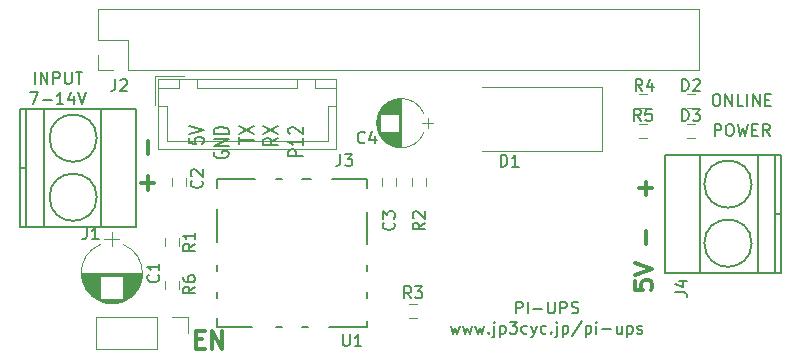
<source format=gbr>
G04 #@! TF.GenerationSoftware,KiCad,Pcbnew,(5.0.0)*
G04 #@! TF.CreationDate,2019-02-20T13:04:28+09:00*
G04 #@! TF.ProjectId,pi-ups,70692D7570732E6B696361645F706362,rev?*
G04 #@! TF.SameCoordinates,Original*
G04 #@! TF.FileFunction,Legend,Top*
G04 #@! TF.FilePolarity,Positive*
%FSLAX46Y46*%
G04 Gerber Fmt 4.6, Leading zero omitted, Abs format (unit mm)*
G04 Created by KiCad (PCBNEW (5.0.0)) date 02/20/19 13:04:28*
%MOMM*%
%LPD*%
G01*
G04 APERTURE LIST*
%ADD10C,0.300000*%
%ADD11C,0.200000*%
%ADD12C,0.120000*%
%ADD13C,0.150000*%
G04 APERTURE END LIST*
D10*
X98278142Y-104687428D02*
X98278142Y-103544571D01*
X98849571Y-104116000D02*
X97706714Y-104116000D01*
X98278142Y-101687428D02*
X98278142Y-100544571D01*
D11*
X88749428Y-95741380D02*
X88749428Y-94741380D01*
X89225619Y-95741380D02*
X89225619Y-94741380D01*
X89797047Y-95741380D01*
X89797047Y-94741380D01*
X90273238Y-95741380D02*
X90273238Y-94741380D01*
X90654190Y-94741380D01*
X90749428Y-94789000D01*
X90797047Y-94836619D01*
X90844666Y-94931857D01*
X90844666Y-95074714D01*
X90797047Y-95169952D01*
X90749428Y-95217571D01*
X90654190Y-95265190D01*
X90273238Y-95265190D01*
X91273238Y-94741380D02*
X91273238Y-95550904D01*
X91320857Y-95646142D01*
X91368476Y-95693761D01*
X91463714Y-95741380D01*
X91654190Y-95741380D01*
X91749428Y-95693761D01*
X91797047Y-95646142D01*
X91844666Y-95550904D01*
X91844666Y-94741380D01*
X92178000Y-94741380D02*
X92749428Y-94741380D01*
X92463714Y-95741380D02*
X92463714Y-94741380D01*
X88344666Y-96441380D02*
X89011333Y-96441380D01*
X88582761Y-97441380D01*
X89392285Y-97060428D02*
X90154190Y-97060428D01*
X91154190Y-97441380D02*
X90582761Y-97441380D01*
X90868476Y-97441380D02*
X90868476Y-96441380D01*
X90773238Y-96584238D01*
X90678000Y-96679476D01*
X90582761Y-96727095D01*
X92011333Y-96774714D02*
X92011333Y-97441380D01*
X91773238Y-96393761D02*
X91535142Y-97108047D01*
X92154190Y-97108047D01*
X92392285Y-96441380D02*
X92725619Y-97441380D01*
X93058952Y-96441380D01*
D10*
X102397857Y-117367857D02*
X102897857Y-117367857D01*
X103112142Y-118153571D02*
X102397857Y-118153571D01*
X102397857Y-116653571D01*
X103112142Y-116653571D01*
X103755000Y-118153571D02*
X103755000Y-116653571D01*
X104612142Y-118153571D01*
X104612142Y-116653571D01*
D11*
X129460952Y-115172380D02*
X129460952Y-114172380D01*
X129841904Y-114172380D01*
X129937142Y-114220000D01*
X129984761Y-114267619D01*
X130032380Y-114362857D01*
X130032380Y-114505714D01*
X129984761Y-114600952D01*
X129937142Y-114648571D01*
X129841904Y-114696190D01*
X129460952Y-114696190D01*
X130460952Y-115172380D02*
X130460952Y-114172380D01*
X130937142Y-114791428D02*
X131699047Y-114791428D01*
X132175238Y-114172380D02*
X132175238Y-114981904D01*
X132222857Y-115077142D01*
X132270476Y-115124761D01*
X132365714Y-115172380D01*
X132556190Y-115172380D01*
X132651428Y-115124761D01*
X132699047Y-115077142D01*
X132746666Y-114981904D01*
X132746666Y-114172380D01*
X133222857Y-115172380D02*
X133222857Y-114172380D01*
X133603809Y-114172380D01*
X133699047Y-114220000D01*
X133746666Y-114267619D01*
X133794285Y-114362857D01*
X133794285Y-114505714D01*
X133746666Y-114600952D01*
X133699047Y-114648571D01*
X133603809Y-114696190D01*
X133222857Y-114696190D01*
X134175238Y-115124761D02*
X134318095Y-115172380D01*
X134556190Y-115172380D01*
X134651428Y-115124761D01*
X134699047Y-115077142D01*
X134746666Y-114981904D01*
X134746666Y-114886666D01*
X134699047Y-114791428D01*
X134651428Y-114743809D01*
X134556190Y-114696190D01*
X134365714Y-114648571D01*
X134270476Y-114600952D01*
X134222857Y-114553333D01*
X134175238Y-114458095D01*
X134175238Y-114362857D01*
X134222857Y-114267619D01*
X134270476Y-114220000D01*
X134365714Y-114172380D01*
X134603809Y-114172380D01*
X134746666Y-114220000D01*
X123937142Y-116205714D02*
X124127619Y-116872380D01*
X124318095Y-116396190D01*
X124508571Y-116872380D01*
X124699047Y-116205714D01*
X124984761Y-116205714D02*
X125175238Y-116872380D01*
X125365714Y-116396190D01*
X125556190Y-116872380D01*
X125746666Y-116205714D01*
X126032380Y-116205714D02*
X126222857Y-116872380D01*
X126413333Y-116396190D01*
X126603809Y-116872380D01*
X126794285Y-116205714D01*
X127175238Y-116777142D02*
X127222857Y-116824761D01*
X127175238Y-116872380D01*
X127127619Y-116824761D01*
X127175238Y-116777142D01*
X127175238Y-116872380D01*
X127651428Y-116205714D02*
X127651428Y-117062857D01*
X127603809Y-117158095D01*
X127508571Y-117205714D01*
X127460952Y-117205714D01*
X127651428Y-115872380D02*
X127603809Y-115920000D01*
X127651428Y-115967619D01*
X127699047Y-115920000D01*
X127651428Y-115872380D01*
X127651428Y-115967619D01*
X128127619Y-116205714D02*
X128127619Y-117205714D01*
X128127619Y-116253333D02*
X128222857Y-116205714D01*
X128413333Y-116205714D01*
X128508571Y-116253333D01*
X128556190Y-116300952D01*
X128603809Y-116396190D01*
X128603809Y-116681904D01*
X128556190Y-116777142D01*
X128508571Y-116824761D01*
X128413333Y-116872380D01*
X128222857Y-116872380D01*
X128127619Y-116824761D01*
X128937142Y-115872380D02*
X129556190Y-115872380D01*
X129222857Y-116253333D01*
X129365714Y-116253333D01*
X129460952Y-116300952D01*
X129508571Y-116348571D01*
X129556190Y-116443809D01*
X129556190Y-116681904D01*
X129508571Y-116777142D01*
X129460952Y-116824761D01*
X129365714Y-116872380D01*
X129080000Y-116872380D01*
X128984761Y-116824761D01*
X128937142Y-116777142D01*
X130413333Y-116824761D02*
X130318095Y-116872380D01*
X130127619Y-116872380D01*
X130032380Y-116824761D01*
X129984761Y-116777142D01*
X129937142Y-116681904D01*
X129937142Y-116396190D01*
X129984761Y-116300952D01*
X130032380Y-116253333D01*
X130127619Y-116205714D01*
X130318095Y-116205714D01*
X130413333Y-116253333D01*
X130746666Y-116205714D02*
X130984761Y-116872380D01*
X131222857Y-116205714D02*
X130984761Y-116872380D01*
X130889523Y-117110476D01*
X130841904Y-117158095D01*
X130746666Y-117205714D01*
X132032380Y-116824761D02*
X131937142Y-116872380D01*
X131746666Y-116872380D01*
X131651428Y-116824761D01*
X131603809Y-116777142D01*
X131556190Y-116681904D01*
X131556190Y-116396190D01*
X131603809Y-116300952D01*
X131651428Y-116253333D01*
X131746666Y-116205714D01*
X131937142Y-116205714D01*
X132032380Y-116253333D01*
X132460952Y-116777142D02*
X132508571Y-116824761D01*
X132460952Y-116872380D01*
X132413333Y-116824761D01*
X132460952Y-116777142D01*
X132460952Y-116872380D01*
X132937142Y-116205714D02*
X132937142Y-117062857D01*
X132889523Y-117158095D01*
X132794285Y-117205714D01*
X132746666Y-117205714D01*
X132937142Y-115872380D02*
X132889523Y-115920000D01*
X132937142Y-115967619D01*
X132984761Y-115920000D01*
X132937142Y-115872380D01*
X132937142Y-115967619D01*
X133413333Y-116205714D02*
X133413333Y-117205714D01*
X133413333Y-116253333D02*
X133508571Y-116205714D01*
X133699047Y-116205714D01*
X133794285Y-116253333D01*
X133841904Y-116300952D01*
X133889523Y-116396190D01*
X133889523Y-116681904D01*
X133841904Y-116777142D01*
X133794285Y-116824761D01*
X133699047Y-116872380D01*
X133508571Y-116872380D01*
X133413333Y-116824761D01*
X135032380Y-115824761D02*
X134175238Y-117110476D01*
X135365714Y-116205714D02*
X135365714Y-117205714D01*
X135365714Y-116253333D02*
X135460952Y-116205714D01*
X135651428Y-116205714D01*
X135746666Y-116253333D01*
X135794285Y-116300952D01*
X135841904Y-116396190D01*
X135841904Y-116681904D01*
X135794285Y-116777142D01*
X135746666Y-116824761D01*
X135651428Y-116872380D01*
X135460952Y-116872380D01*
X135365714Y-116824761D01*
X136270476Y-116872380D02*
X136270476Y-116205714D01*
X136270476Y-115872380D02*
X136222857Y-115920000D01*
X136270476Y-115967619D01*
X136318095Y-115920000D01*
X136270476Y-115872380D01*
X136270476Y-115967619D01*
X136746666Y-116491428D02*
X137508571Y-116491428D01*
X138413333Y-116205714D02*
X138413333Y-116872380D01*
X137984761Y-116205714D02*
X137984761Y-116729523D01*
X138032380Y-116824761D01*
X138127619Y-116872380D01*
X138270476Y-116872380D01*
X138365714Y-116824761D01*
X138413333Y-116777142D01*
X138889523Y-116205714D02*
X138889523Y-117205714D01*
X138889523Y-116253333D02*
X138984761Y-116205714D01*
X139175238Y-116205714D01*
X139270476Y-116253333D01*
X139318095Y-116300952D01*
X139365714Y-116396190D01*
X139365714Y-116681904D01*
X139318095Y-116777142D01*
X139270476Y-116824761D01*
X139175238Y-116872380D01*
X138984761Y-116872380D01*
X138889523Y-116824761D01*
X139746666Y-116824761D02*
X139841904Y-116872380D01*
X140032380Y-116872380D01*
X140127619Y-116824761D01*
X140175238Y-116729523D01*
X140175238Y-116681904D01*
X140127619Y-116586666D01*
X140032380Y-116539047D01*
X139889523Y-116539047D01*
X139794285Y-116491428D01*
X139746666Y-116396190D01*
X139746666Y-116348571D01*
X139794285Y-116253333D01*
X139889523Y-116205714D01*
X140032380Y-116205714D01*
X140127619Y-116253333D01*
X101774523Y-100285238D02*
X101774523Y-100761428D01*
X102379285Y-100809047D01*
X102318809Y-100761428D01*
X102258333Y-100666190D01*
X102258333Y-100428095D01*
X102318809Y-100332857D01*
X102379285Y-100285238D01*
X102500238Y-100237619D01*
X102802619Y-100237619D01*
X102923571Y-100285238D01*
X102984047Y-100332857D01*
X103044523Y-100428095D01*
X103044523Y-100666190D01*
X102984047Y-100761428D01*
X102923571Y-100809047D01*
X101774523Y-99951904D02*
X103044523Y-99618571D01*
X101774523Y-99285238D01*
X103940000Y-101475714D02*
X103879523Y-101570952D01*
X103879523Y-101713809D01*
X103940000Y-101856666D01*
X104060952Y-101951904D01*
X104181904Y-101999523D01*
X104423809Y-102047142D01*
X104605238Y-102047142D01*
X104847142Y-101999523D01*
X104968095Y-101951904D01*
X105089047Y-101856666D01*
X105149523Y-101713809D01*
X105149523Y-101618571D01*
X105089047Y-101475714D01*
X105028571Y-101428095D01*
X104605238Y-101428095D01*
X104605238Y-101618571D01*
X105149523Y-100999523D02*
X103879523Y-100999523D01*
X105149523Y-100428095D01*
X103879523Y-100428095D01*
X105149523Y-99951904D02*
X103879523Y-99951904D01*
X103879523Y-99713809D01*
X103940000Y-99570952D01*
X104060952Y-99475714D01*
X104181904Y-99428095D01*
X104423809Y-99380476D01*
X104605238Y-99380476D01*
X104847142Y-99428095D01*
X104968095Y-99475714D01*
X105089047Y-99570952D01*
X105149523Y-99713809D01*
X105149523Y-99951904D01*
X105984523Y-100809047D02*
X105984523Y-100237619D01*
X107254523Y-100523333D02*
X105984523Y-100523333D01*
X105984523Y-99999523D02*
X107254523Y-99332857D01*
X105984523Y-99332857D02*
X107254523Y-99999523D01*
X109359523Y-100332857D02*
X108754761Y-100666190D01*
X109359523Y-100904285D02*
X108089523Y-100904285D01*
X108089523Y-100523333D01*
X108150000Y-100428095D01*
X108210476Y-100380476D01*
X108331428Y-100332857D01*
X108512857Y-100332857D01*
X108633809Y-100380476D01*
X108694285Y-100428095D01*
X108754761Y-100523333D01*
X108754761Y-100904285D01*
X108089523Y-99999523D02*
X109359523Y-99332857D01*
X108089523Y-99332857D02*
X109359523Y-99999523D01*
X111464523Y-101856666D02*
X110194523Y-101856666D01*
X110194523Y-101475714D01*
X110255000Y-101380476D01*
X110315476Y-101332857D01*
X110436428Y-101285238D01*
X110617857Y-101285238D01*
X110738809Y-101332857D01*
X110799285Y-101380476D01*
X110859761Y-101475714D01*
X110859761Y-101856666D01*
X111464523Y-100332857D02*
X111464523Y-100904285D01*
X111464523Y-100618571D02*
X110194523Y-100618571D01*
X110375952Y-100713809D01*
X110496904Y-100809047D01*
X110557380Y-100904285D01*
X110315476Y-99951904D02*
X110255000Y-99904285D01*
X110194523Y-99809047D01*
X110194523Y-99570952D01*
X110255000Y-99475714D01*
X110315476Y-99428095D01*
X110436428Y-99380476D01*
X110557380Y-99380476D01*
X110738809Y-99428095D01*
X111464523Y-99999523D01*
X111464523Y-99380476D01*
D10*
X139513571Y-112442142D02*
X139513571Y-113156428D01*
X140227857Y-113227857D01*
X140156428Y-113156428D01*
X140085000Y-113013571D01*
X140085000Y-112656428D01*
X140156428Y-112513571D01*
X140227857Y-112442142D01*
X140370714Y-112370714D01*
X140727857Y-112370714D01*
X140870714Y-112442142D01*
X140942142Y-112513571D01*
X141013571Y-112656428D01*
X141013571Y-113013571D01*
X140942142Y-113156428D01*
X140870714Y-113227857D01*
X139513571Y-111942142D02*
X141013571Y-111442142D01*
X139513571Y-110942142D01*
X140442142Y-109299285D02*
X140442142Y-108156428D01*
X140442142Y-105156428D02*
X140442142Y-104013571D01*
X141013571Y-104585000D02*
X139870714Y-104585000D01*
D11*
X146351904Y-96607380D02*
X146542380Y-96607380D01*
X146637619Y-96655000D01*
X146732857Y-96750238D01*
X146780476Y-96940714D01*
X146780476Y-97274047D01*
X146732857Y-97464523D01*
X146637619Y-97559761D01*
X146542380Y-97607380D01*
X146351904Y-97607380D01*
X146256666Y-97559761D01*
X146161428Y-97464523D01*
X146113809Y-97274047D01*
X146113809Y-96940714D01*
X146161428Y-96750238D01*
X146256666Y-96655000D01*
X146351904Y-96607380D01*
X147209047Y-97607380D02*
X147209047Y-96607380D01*
X147780476Y-97607380D01*
X147780476Y-96607380D01*
X148732857Y-97607380D02*
X148256666Y-97607380D01*
X148256666Y-96607380D01*
X149066190Y-97607380D02*
X149066190Y-96607380D01*
X149542380Y-97607380D02*
X149542380Y-96607380D01*
X150113809Y-97607380D01*
X150113809Y-96607380D01*
X150590000Y-97083571D02*
X150923333Y-97083571D01*
X151066190Y-97607380D02*
X150590000Y-97607380D01*
X150590000Y-96607380D01*
X151066190Y-96607380D01*
X146280476Y-100147380D02*
X146280476Y-99147380D01*
X146661428Y-99147380D01*
X146756666Y-99195000D01*
X146804285Y-99242619D01*
X146851904Y-99337857D01*
X146851904Y-99480714D01*
X146804285Y-99575952D01*
X146756666Y-99623571D01*
X146661428Y-99671190D01*
X146280476Y-99671190D01*
X147470952Y-99147380D02*
X147661428Y-99147380D01*
X147756666Y-99195000D01*
X147851904Y-99290238D01*
X147899523Y-99480714D01*
X147899523Y-99814047D01*
X147851904Y-100004523D01*
X147756666Y-100099761D01*
X147661428Y-100147380D01*
X147470952Y-100147380D01*
X147375714Y-100099761D01*
X147280476Y-100004523D01*
X147232857Y-99814047D01*
X147232857Y-99480714D01*
X147280476Y-99290238D01*
X147375714Y-99195000D01*
X147470952Y-99147380D01*
X148232857Y-99147380D02*
X148470952Y-100147380D01*
X148661428Y-99433095D01*
X148851904Y-100147380D01*
X149090000Y-99147380D01*
X149470952Y-99623571D02*
X149804285Y-99623571D01*
X149947142Y-100147380D02*
X149470952Y-100147380D01*
X149470952Y-99147380D01*
X149947142Y-99147380D01*
X150947142Y-100147380D02*
X150613809Y-99671190D01*
X150375714Y-100147380D02*
X150375714Y-99147380D01*
X150756666Y-99147380D01*
X150851904Y-99195000D01*
X150899523Y-99242619D01*
X150947142Y-99337857D01*
X150947142Y-99480714D01*
X150899523Y-99575952D01*
X150851904Y-99623571D01*
X150756666Y-99671190D01*
X150375714Y-99671190D01*
D12*
G04 #@! TO.C,C1*
X97800000Y-111740000D02*
X92700000Y-111740000D01*
X97800000Y-111780000D02*
X92700000Y-111780000D01*
X97799000Y-111820000D02*
X92701000Y-111820000D01*
X97798000Y-111860000D02*
X92702000Y-111860000D01*
X97796000Y-111900000D02*
X92704000Y-111900000D01*
X97793000Y-111940000D02*
X92707000Y-111940000D01*
X97789000Y-111980000D02*
X92711000Y-111980000D01*
X97785000Y-112020000D02*
X96230000Y-112020000D01*
X94270000Y-112020000D02*
X92715000Y-112020000D01*
X97781000Y-112060000D02*
X96230000Y-112060000D01*
X94270000Y-112060000D02*
X92719000Y-112060000D01*
X97775000Y-112100000D02*
X96230000Y-112100000D01*
X94270000Y-112100000D02*
X92725000Y-112100000D01*
X97769000Y-112140000D02*
X96230000Y-112140000D01*
X94270000Y-112140000D02*
X92731000Y-112140000D01*
X97763000Y-112180000D02*
X96230000Y-112180000D01*
X94270000Y-112180000D02*
X92737000Y-112180000D01*
X97756000Y-112220000D02*
X96230000Y-112220000D01*
X94270000Y-112220000D02*
X92744000Y-112220000D01*
X97748000Y-112260000D02*
X96230000Y-112260000D01*
X94270000Y-112260000D02*
X92752000Y-112260000D01*
X97739000Y-112300000D02*
X96230000Y-112300000D01*
X94270000Y-112300000D02*
X92761000Y-112300000D01*
X97730000Y-112340000D02*
X96230000Y-112340000D01*
X94270000Y-112340000D02*
X92770000Y-112340000D01*
X97720000Y-112380000D02*
X96230000Y-112380000D01*
X94270000Y-112380000D02*
X92780000Y-112380000D01*
X97710000Y-112420000D02*
X96230000Y-112420000D01*
X94270000Y-112420000D02*
X92790000Y-112420000D01*
X97698000Y-112461000D02*
X96230000Y-112461000D01*
X94270000Y-112461000D02*
X92802000Y-112461000D01*
X97686000Y-112501000D02*
X96230000Y-112501000D01*
X94270000Y-112501000D02*
X92814000Y-112501000D01*
X97674000Y-112541000D02*
X96230000Y-112541000D01*
X94270000Y-112541000D02*
X92826000Y-112541000D01*
X97660000Y-112581000D02*
X96230000Y-112581000D01*
X94270000Y-112581000D02*
X92840000Y-112581000D01*
X97646000Y-112621000D02*
X96230000Y-112621000D01*
X94270000Y-112621000D02*
X92854000Y-112621000D01*
X97632000Y-112661000D02*
X96230000Y-112661000D01*
X94270000Y-112661000D02*
X92868000Y-112661000D01*
X97616000Y-112701000D02*
X96230000Y-112701000D01*
X94270000Y-112701000D02*
X92884000Y-112701000D01*
X97600000Y-112741000D02*
X96230000Y-112741000D01*
X94270000Y-112741000D02*
X92900000Y-112741000D01*
X97583000Y-112781000D02*
X96230000Y-112781000D01*
X94270000Y-112781000D02*
X92917000Y-112781000D01*
X97565000Y-112821000D02*
X96230000Y-112821000D01*
X94270000Y-112821000D02*
X92935000Y-112821000D01*
X97546000Y-112861000D02*
X96230000Y-112861000D01*
X94270000Y-112861000D02*
X92954000Y-112861000D01*
X97526000Y-112901000D02*
X96230000Y-112901000D01*
X94270000Y-112901000D02*
X92974000Y-112901000D01*
X97506000Y-112941000D02*
X96230000Y-112941000D01*
X94270000Y-112941000D02*
X92994000Y-112941000D01*
X97484000Y-112981000D02*
X96230000Y-112981000D01*
X94270000Y-112981000D02*
X93016000Y-112981000D01*
X97462000Y-113021000D02*
X96230000Y-113021000D01*
X94270000Y-113021000D02*
X93038000Y-113021000D01*
X97439000Y-113061000D02*
X96230000Y-113061000D01*
X94270000Y-113061000D02*
X93061000Y-113061000D01*
X97415000Y-113101000D02*
X96230000Y-113101000D01*
X94270000Y-113101000D02*
X93085000Y-113101000D01*
X97390000Y-113141000D02*
X96230000Y-113141000D01*
X94270000Y-113141000D02*
X93110000Y-113141000D01*
X97363000Y-113181000D02*
X96230000Y-113181000D01*
X94270000Y-113181000D02*
X93137000Y-113181000D01*
X97336000Y-113221000D02*
X96230000Y-113221000D01*
X94270000Y-113221000D02*
X93164000Y-113221000D01*
X97308000Y-113261000D02*
X96230000Y-113261000D01*
X94270000Y-113261000D02*
X93192000Y-113261000D01*
X97278000Y-113301000D02*
X96230000Y-113301000D01*
X94270000Y-113301000D02*
X93222000Y-113301000D01*
X97247000Y-113341000D02*
X96230000Y-113341000D01*
X94270000Y-113341000D02*
X93253000Y-113341000D01*
X97215000Y-113381000D02*
X96230000Y-113381000D01*
X94270000Y-113381000D02*
X93285000Y-113381000D01*
X97182000Y-113421000D02*
X96230000Y-113421000D01*
X94270000Y-113421000D02*
X93318000Y-113421000D01*
X97147000Y-113461000D02*
X96230000Y-113461000D01*
X94270000Y-113461000D02*
X93353000Y-113461000D01*
X97111000Y-113501000D02*
X96230000Y-113501000D01*
X94270000Y-113501000D02*
X93389000Y-113501000D01*
X97073000Y-113541000D02*
X96230000Y-113541000D01*
X94270000Y-113541000D02*
X93427000Y-113541000D01*
X97033000Y-113581000D02*
X96230000Y-113581000D01*
X94270000Y-113581000D02*
X93467000Y-113581000D01*
X96992000Y-113621000D02*
X96230000Y-113621000D01*
X94270000Y-113621000D02*
X93508000Y-113621000D01*
X96949000Y-113661000D02*
X96230000Y-113661000D01*
X94270000Y-113661000D02*
X93551000Y-113661000D01*
X96904000Y-113701000D02*
X96230000Y-113701000D01*
X94270000Y-113701000D02*
X93596000Y-113701000D01*
X96856000Y-113741000D02*
X96230000Y-113741000D01*
X94270000Y-113741000D02*
X93644000Y-113741000D01*
X96806000Y-113781000D02*
X96230000Y-113781000D01*
X94270000Y-113781000D02*
X93694000Y-113781000D01*
X96754000Y-113821000D02*
X96230000Y-113821000D01*
X94270000Y-113821000D02*
X93746000Y-113821000D01*
X96698000Y-113861000D02*
X96230000Y-113861000D01*
X94270000Y-113861000D02*
X93802000Y-113861000D01*
X96640000Y-113901000D02*
X96230000Y-113901000D01*
X94270000Y-113901000D02*
X93860000Y-113901000D01*
X96577000Y-113941000D02*
X96230000Y-113941000D01*
X94270000Y-113941000D02*
X93923000Y-113941000D01*
X96511000Y-113981000D02*
X93989000Y-113981000D01*
X96439000Y-114021000D02*
X94061000Y-114021000D01*
X96362000Y-114061000D02*
X94138000Y-114061000D01*
X96278000Y-114101000D02*
X94222000Y-114101000D01*
X96184000Y-114141000D02*
X94316000Y-114141000D01*
X96079000Y-114181000D02*
X94421000Y-114181000D01*
X95957000Y-114221000D02*
X94543000Y-114221000D01*
X95809000Y-114261000D02*
X94691000Y-114261000D01*
X95604000Y-114301000D02*
X94896000Y-114301000D01*
X95250000Y-108290000D02*
X95250000Y-109490000D01*
X95900000Y-108890000D02*
X94600000Y-108890000D01*
X96231400Y-114136863D02*
G75*
G03X96230000Y-109342564I-981400J2396863D01*
G01*
X94268600Y-114136863D02*
G75*
G02X94270000Y-109342564I981400J2396863D01*
G01*
X94268600Y-114136863D02*
G75*
G03X96230000Y-114137436I981400J2396863D01*
G01*
G04 #@! TO.C,C2*
X101565000Y-103675000D02*
X101565000Y-104375000D01*
X100365000Y-104375000D02*
X100365000Y-103675000D01*
G04 #@! TO.C,C3*
X119345000Y-103675000D02*
X119345000Y-104375000D01*
X118145000Y-104375000D02*
X118145000Y-103675000D01*
G04 #@! TO.C,C4*
X119745000Y-101110000D02*
X119745000Y-97010000D01*
X119705000Y-101110000D02*
X119705000Y-97010000D01*
X119665000Y-101109000D02*
X119665000Y-97011000D01*
X119625000Y-101107000D02*
X119625000Y-97013000D01*
X119585000Y-101104000D02*
X119585000Y-97016000D01*
X119545000Y-101101000D02*
X119545000Y-97019000D01*
X119505000Y-101097000D02*
X119505000Y-99840000D01*
X119505000Y-98280000D02*
X119505000Y-97023000D01*
X119465000Y-101092000D02*
X119465000Y-99840000D01*
X119465000Y-98280000D02*
X119465000Y-97028000D01*
X119425000Y-101086000D02*
X119425000Y-99840000D01*
X119425000Y-98280000D02*
X119425000Y-97034000D01*
X119385000Y-101079000D02*
X119385000Y-99840000D01*
X119385000Y-98280000D02*
X119385000Y-97041000D01*
X119345000Y-101072000D02*
X119345000Y-99840000D01*
X119345000Y-98280000D02*
X119345000Y-97048000D01*
X119305000Y-101064000D02*
X119305000Y-99840000D01*
X119305000Y-98280000D02*
X119305000Y-97056000D01*
X119265000Y-101055000D02*
X119265000Y-99840000D01*
X119265000Y-98280000D02*
X119265000Y-97065000D01*
X119225000Y-101045000D02*
X119225000Y-99840000D01*
X119225000Y-98280000D02*
X119225000Y-97075000D01*
X119185000Y-101034000D02*
X119185000Y-99840000D01*
X119185000Y-98280000D02*
X119185000Y-97086000D01*
X119145000Y-101023000D02*
X119145000Y-99840000D01*
X119145000Y-98280000D02*
X119145000Y-97097000D01*
X119105000Y-101010000D02*
X119105000Y-99840000D01*
X119105000Y-98280000D02*
X119105000Y-97110000D01*
X119065000Y-100997000D02*
X119065000Y-99840000D01*
X119065000Y-98280000D02*
X119065000Y-97123000D01*
X119024000Y-100983000D02*
X119024000Y-99840000D01*
X119024000Y-98280000D02*
X119024000Y-97137000D01*
X118984000Y-100967000D02*
X118984000Y-99840000D01*
X118984000Y-98280000D02*
X118984000Y-97153000D01*
X118944000Y-100951000D02*
X118944000Y-99840000D01*
X118944000Y-98280000D02*
X118944000Y-97169000D01*
X118904000Y-100934000D02*
X118904000Y-99840000D01*
X118904000Y-98280000D02*
X118904000Y-97186000D01*
X118864000Y-100916000D02*
X118864000Y-99840000D01*
X118864000Y-98280000D02*
X118864000Y-97204000D01*
X118824000Y-100897000D02*
X118824000Y-99840000D01*
X118824000Y-98280000D02*
X118824000Y-97223000D01*
X118784000Y-100877000D02*
X118784000Y-99840000D01*
X118784000Y-98280000D02*
X118784000Y-97243000D01*
X118744000Y-100856000D02*
X118744000Y-99840000D01*
X118744000Y-98280000D02*
X118744000Y-97264000D01*
X118704000Y-100833000D02*
X118704000Y-99840000D01*
X118704000Y-98280000D02*
X118704000Y-97287000D01*
X118664000Y-100810000D02*
X118664000Y-99840000D01*
X118664000Y-98280000D02*
X118664000Y-97310000D01*
X118624000Y-100785000D02*
X118624000Y-99840000D01*
X118624000Y-98280000D02*
X118624000Y-97335000D01*
X118584000Y-100759000D02*
X118584000Y-99840000D01*
X118584000Y-98280000D02*
X118584000Y-97361000D01*
X118544000Y-100732000D02*
X118544000Y-99840000D01*
X118544000Y-98280000D02*
X118544000Y-97388000D01*
X118504000Y-100703000D02*
X118504000Y-99840000D01*
X118504000Y-98280000D02*
X118504000Y-97417000D01*
X118464000Y-100673000D02*
X118464000Y-99840000D01*
X118464000Y-98280000D02*
X118464000Y-97447000D01*
X118424000Y-100641000D02*
X118424000Y-99840000D01*
X118424000Y-98280000D02*
X118424000Y-97479000D01*
X118384000Y-100607000D02*
X118384000Y-99840000D01*
X118384000Y-98280000D02*
X118384000Y-97513000D01*
X118344000Y-100572000D02*
X118344000Y-99840000D01*
X118344000Y-98280000D02*
X118344000Y-97548000D01*
X118304000Y-100535000D02*
X118304000Y-99840000D01*
X118304000Y-98280000D02*
X118304000Y-97585000D01*
X118264000Y-100496000D02*
X118264000Y-99840000D01*
X118264000Y-98280000D02*
X118264000Y-97624000D01*
X118224000Y-100455000D02*
X118224000Y-99840000D01*
X118224000Y-98280000D02*
X118224000Y-97665000D01*
X118184000Y-100411000D02*
X118184000Y-99840000D01*
X118184000Y-98280000D02*
X118184000Y-97709000D01*
X118144000Y-100365000D02*
X118144000Y-99840000D01*
X118144000Y-98280000D02*
X118144000Y-97755000D01*
X118104000Y-100316000D02*
X118104000Y-99840000D01*
X118104000Y-98280000D02*
X118104000Y-97804000D01*
X118064000Y-100264000D02*
X118064000Y-99840000D01*
X118064000Y-98280000D02*
X118064000Y-97856000D01*
X118024000Y-100208000D02*
X118024000Y-99840000D01*
X118024000Y-98280000D02*
X118024000Y-97912000D01*
X117984000Y-100148000D02*
X117984000Y-99840000D01*
X117984000Y-98280000D02*
X117984000Y-97972000D01*
X117944000Y-100083000D02*
X117944000Y-98037000D01*
X117904000Y-100012000D02*
X117904000Y-98108000D01*
X117864000Y-99934000D02*
X117864000Y-98186000D01*
X117824000Y-99846000D02*
X117824000Y-98274000D01*
X117784000Y-99746000D02*
X117784000Y-98374000D01*
X117744000Y-99627000D02*
X117744000Y-98493000D01*
X117704000Y-99475000D02*
X117704000Y-98645000D01*
X117664000Y-99225000D02*
X117664000Y-98895000D01*
X122445000Y-99060000D02*
X121545000Y-99060000D01*
X121995000Y-99510000D02*
X121995000Y-98610000D01*
X117805639Y-99839089D02*
G75*
G03X121683995Y-99840000I1939361J779089D01*
G01*
X117805639Y-98280911D02*
G75*
G02X121683995Y-98280000I1939361J-779089D01*
G01*
X117805639Y-98280911D02*
G75*
G03X117806005Y-99840000I1939361J-779089D01*
G01*
G04 #@! TO.C,D1*
X136720000Y-95980000D02*
X136720000Y-101380000D01*
X136720000Y-95980000D02*
X126620000Y-95980000D01*
X136720000Y-101380000D02*
X126620000Y-101380000D01*
G04 #@! TO.C,D2*
X143910000Y-96555000D02*
X144610000Y-96555000D01*
X144610000Y-97755000D02*
X143910000Y-97755000D01*
G04 #@! TO.C,D3*
X144610000Y-100295000D02*
X143910000Y-100295000D01*
X143910000Y-99095000D02*
X144610000Y-99095000D01*
D13*
G04 #@! TO.C,J1*
X97275000Y-97830000D02*
X87475000Y-97830000D01*
X97275000Y-107830000D02*
X97275000Y-97830000D01*
X87475000Y-107830000D02*
X97275000Y-107830000D01*
X87475000Y-97830000D02*
X87475000Y-107830000D01*
X87975000Y-97830000D02*
X87975000Y-107830000D01*
X94375000Y-97830000D02*
X94375000Y-107830000D01*
X89475000Y-97830000D02*
X89475000Y-107830000D01*
X93975000Y-100330000D02*
G75*
G03X93975000Y-100330000I-2000000J0D01*
G01*
X93975000Y-105330000D02*
G75*
G03X93975000Y-105330000I-2000000J0D01*
G01*
X87975000Y-102830000D02*
X87475000Y-102830000D01*
D12*
G04 #@! TO.C,J2*
X96640000Y-94600000D02*
X144960000Y-94600000D01*
X144960000Y-94600000D02*
X144960000Y-89400000D01*
X144960000Y-89400000D02*
X94040000Y-89400000D01*
X94040000Y-89400000D02*
X94040000Y-92000000D01*
X94040000Y-92000000D02*
X96640000Y-92000000D01*
X96640000Y-92000000D02*
X96640000Y-94600000D01*
X95370000Y-94600000D02*
X94040000Y-94600000D01*
X94040000Y-94600000D02*
X94040000Y-93270000D01*
G04 #@! TO.C,J3*
X99170000Y-95340000D02*
X99170000Y-101290000D01*
X99170000Y-101290000D02*
X114270000Y-101290000D01*
X114270000Y-101290000D02*
X114270000Y-95340000D01*
X114270000Y-95340000D02*
X99170000Y-95340000D01*
X102470000Y-95340000D02*
X102470000Y-96090000D01*
X102470000Y-96090000D02*
X110970000Y-96090000D01*
X110970000Y-96090000D02*
X110970000Y-95340000D01*
X110970000Y-95340000D02*
X102470000Y-95340000D01*
X99170000Y-95340000D02*
X99170000Y-96090000D01*
X99170000Y-96090000D02*
X100970000Y-96090000D01*
X100970000Y-96090000D02*
X100970000Y-95340000D01*
X100970000Y-95340000D02*
X99170000Y-95340000D01*
X112470000Y-95340000D02*
X112470000Y-96090000D01*
X112470000Y-96090000D02*
X114270000Y-96090000D01*
X114270000Y-96090000D02*
X114270000Y-95340000D01*
X114270000Y-95340000D02*
X112470000Y-95340000D01*
X99170000Y-97590000D02*
X99920000Y-97590000D01*
X99920000Y-97590000D02*
X99920000Y-100540000D01*
X99920000Y-100540000D02*
X106720000Y-100540000D01*
X114270000Y-97590000D02*
X113520000Y-97590000D01*
X113520000Y-97590000D02*
X113520000Y-100540000D01*
X113520000Y-100540000D02*
X106720000Y-100540000D01*
X101370000Y-95040000D02*
X98870000Y-95040000D01*
X98870000Y-95040000D02*
X98870000Y-97540000D01*
D13*
G04 #@! TO.C,J4*
X151420000Y-106720000D02*
X151920000Y-106720000D01*
X149420000Y-104220000D02*
G75*
G03X149420000Y-104220000I-2000000J0D01*
G01*
X149420000Y-109220000D02*
G75*
G03X149420000Y-109220000I-2000000J0D01*
G01*
X149920000Y-111720000D02*
X149920000Y-101720000D01*
X145020000Y-111720000D02*
X145020000Y-101720000D01*
X151420000Y-111720000D02*
X151420000Y-101720000D01*
X151920000Y-111720000D02*
X151920000Y-101720000D01*
X151920000Y-101720000D02*
X142120000Y-101720000D01*
X142120000Y-101720000D02*
X142120000Y-111720000D01*
X142120000Y-111720000D02*
X151920000Y-111720000D01*
D12*
G04 #@! TO.C,R1*
X100930000Y-108755000D02*
X100930000Y-109455000D01*
X99730000Y-109455000D02*
X99730000Y-108755000D01*
G04 #@! TO.C,R2*
X120685000Y-104375000D02*
X120685000Y-103675000D01*
X121885000Y-103675000D02*
X121885000Y-104375000D01*
G04 #@! TO.C,R3*
X121115000Y-115535000D02*
X120415000Y-115535000D01*
X120415000Y-114335000D02*
X121115000Y-114335000D01*
G04 #@! TO.C,R4*
X139870000Y-96555000D02*
X140570000Y-96555000D01*
X140570000Y-97755000D02*
X139870000Y-97755000D01*
G04 #@! TO.C,R5*
X140570000Y-100295000D02*
X139870000Y-100295000D01*
X139870000Y-99095000D02*
X140570000Y-99095000D01*
G04 #@! TO.C,R6*
X99730000Y-113090000D02*
X99730000Y-112390000D01*
X100930000Y-112390000D02*
X100930000Y-113090000D01*
G04 #@! TO.C,SW1*
X99060000Y-115510000D02*
X93920000Y-115510000D01*
X93920000Y-115510000D02*
X93920000Y-118170000D01*
X93920000Y-118170000D02*
X99060000Y-118170000D01*
X99060000Y-118170000D02*
X99060000Y-115510000D01*
X100330000Y-115510000D02*
X101660000Y-115510000D01*
X101660000Y-115510000D02*
X101660000Y-116840000D01*
D13*
G04 #@! TO.C,U1*
X104140000Y-106330000D02*
X104140000Y-109080000D01*
X104140000Y-111080000D02*
X104140000Y-111580000D01*
X104140000Y-113330000D02*
X104140000Y-113830000D01*
X104140000Y-115580000D02*
X104140000Y-116330000D01*
X104140000Y-116330000D02*
X107140000Y-116330000D01*
X109140000Y-116330000D02*
X109390000Y-116330000D01*
X109390000Y-116330000D02*
X109640000Y-116330000D01*
X111390000Y-116330000D02*
X111890000Y-116330000D01*
X113640000Y-116330000D02*
X116890000Y-116330000D01*
X116890000Y-116330000D02*
X116890000Y-115830000D01*
X116890000Y-113830000D02*
X116890000Y-113330000D01*
X116890000Y-111580000D02*
X116890000Y-111080000D01*
X116890000Y-109330000D02*
X116890000Y-106580000D01*
X116890000Y-104580000D02*
X116890000Y-103830000D01*
X116890000Y-103830000D02*
X113890000Y-103830000D01*
X112140000Y-103830000D02*
X111390000Y-103830000D01*
X109640000Y-103830000D02*
X109390000Y-103830000D01*
X109390000Y-103830000D02*
X109140000Y-103830000D01*
X107390000Y-103830000D02*
X104140000Y-103830000D01*
X104140000Y-103830000D02*
X104140000Y-104330000D01*
X104140000Y-104330000D02*
X104140000Y-104580000D01*
G04 #@! TO.C,C1*
X99167142Y-111906666D02*
X99214761Y-111954285D01*
X99262380Y-112097142D01*
X99262380Y-112192380D01*
X99214761Y-112335238D01*
X99119523Y-112430476D01*
X99024285Y-112478095D01*
X98833809Y-112525714D01*
X98690952Y-112525714D01*
X98500476Y-112478095D01*
X98405238Y-112430476D01*
X98310000Y-112335238D01*
X98262380Y-112192380D01*
X98262380Y-112097142D01*
X98310000Y-111954285D01*
X98357619Y-111906666D01*
X99262380Y-110954285D02*
X99262380Y-111525714D01*
X99262380Y-111240000D02*
X98262380Y-111240000D01*
X98405238Y-111335238D01*
X98500476Y-111430476D01*
X98548095Y-111525714D01*
G04 #@! TO.C,C2*
X102846142Y-103925666D02*
X102893761Y-103973285D01*
X102941380Y-104116142D01*
X102941380Y-104211380D01*
X102893761Y-104354238D01*
X102798523Y-104449476D01*
X102703285Y-104497095D01*
X102512809Y-104544714D01*
X102369952Y-104544714D01*
X102179476Y-104497095D01*
X102084238Y-104449476D01*
X101989000Y-104354238D01*
X101941380Y-104211380D01*
X101941380Y-104116142D01*
X101989000Y-103973285D01*
X102036619Y-103925666D01*
X102036619Y-103544714D02*
X101989000Y-103497095D01*
X101941380Y-103401857D01*
X101941380Y-103163761D01*
X101989000Y-103068523D01*
X102036619Y-103020904D01*
X102131857Y-102973285D01*
X102227095Y-102973285D01*
X102369952Y-103020904D01*
X102941380Y-103592333D01*
X102941380Y-102973285D01*
G04 #@! TO.C,C3*
X119102142Y-107481666D02*
X119149761Y-107529285D01*
X119197380Y-107672142D01*
X119197380Y-107767380D01*
X119149761Y-107910238D01*
X119054523Y-108005476D01*
X118959285Y-108053095D01*
X118768809Y-108100714D01*
X118625952Y-108100714D01*
X118435476Y-108053095D01*
X118340238Y-108005476D01*
X118245000Y-107910238D01*
X118197380Y-107767380D01*
X118197380Y-107672142D01*
X118245000Y-107529285D01*
X118292619Y-107481666D01*
X118197380Y-107148333D02*
X118197380Y-106529285D01*
X118578333Y-106862619D01*
X118578333Y-106719761D01*
X118625952Y-106624523D01*
X118673571Y-106576904D01*
X118768809Y-106529285D01*
X119006904Y-106529285D01*
X119102142Y-106576904D01*
X119149761Y-106624523D01*
X119197380Y-106719761D01*
X119197380Y-107005476D01*
X119149761Y-107100714D01*
X119102142Y-107148333D01*
G04 #@! TO.C,C4*
X116673333Y-100687142D02*
X116625714Y-100734761D01*
X116482857Y-100782380D01*
X116387619Y-100782380D01*
X116244761Y-100734761D01*
X116149523Y-100639523D01*
X116101904Y-100544285D01*
X116054285Y-100353809D01*
X116054285Y-100210952D01*
X116101904Y-100020476D01*
X116149523Y-99925238D01*
X116244761Y-99830000D01*
X116387619Y-99782380D01*
X116482857Y-99782380D01*
X116625714Y-99830000D01*
X116673333Y-99877619D01*
X117530476Y-100115714D02*
X117530476Y-100782380D01*
X117292380Y-99734761D02*
X117054285Y-100449047D01*
X117673333Y-100449047D01*
G04 #@! TO.C,D1*
X128166904Y-102732380D02*
X128166904Y-101732380D01*
X128405000Y-101732380D01*
X128547857Y-101780000D01*
X128643095Y-101875238D01*
X128690714Y-101970476D01*
X128738333Y-102160952D01*
X128738333Y-102303809D01*
X128690714Y-102494285D01*
X128643095Y-102589523D01*
X128547857Y-102684761D01*
X128405000Y-102732380D01*
X128166904Y-102732380D01*
X129690714Y-102732380D02*
X129119285Y-102732380D01*
X129405000Y-102732380D02*
X129405000Y-101732380D01*
X129309761Y-101875238D01*
X129214523Y-101970476D01*
X129119285Y-102018095D01*
G04 #@! TO.C,D2*
X143521904Y-96337380D02*
X143521904Y-95337380D01*
X143760000Y-95337380D01*
X143902857Y-95385000D01*
X143998095Y-95480238D01*
X144045714Y-95575476D01*
X144093333Y-95765952D01*
X144093333Y-95908809D01*
X144045714Y-96099285D01*
X143998095Y-96194523D01*
X143902857Y-96289761D01*
X143760000Y-96337380D01*
X143521904Y-96337380D01*
X144474285Y-95432619D02*
X144521904Y-95385000D01*
X144617142Y-95337380D01*
X144855238Y-95337380D01*
X144950476Y-95385000D01*
X144998095Y-95432619D01*
X145045714Y-95527857D01*
X145045714Y-95623095D01*
X144998095Y-95765952D01*
X144426666Y-96337380D01*
X145045714Y-96337380D01*
G04 #@! TO.C,D3*
X143521904Y-98877380D02*
X143521904Y-97877380D01*
X143760000Y-97877380D01*
X143902857Y-97925000D01*
X143998095Y-98020238D01*
X144045714Y-98115476D01*
X144093333Y-98305952D01*
X144093333Y-98448809D01*
X144045714Y-98639285D01*
X143998095Y-98734523D01*
X143902857Y-98829761D01*
X143760000Y-98877380D01*
X143521904Y-98877380D01*
X144426666Y-97877380D02*
X145045714Y-97877380D01*
X144712380Y-98258333D01*
X144855238Y-98258333D01*
X144950476Y-98305952D01*
X144998095Y-98353571D01*
X145045714Y-98448809D01*
X145045714Y-98686904D01*
X144998095Y-98782142D01*
X144950476Y-98829761D01*
X144855238Y-98877380D01*
X144569523Y-98877380D01*
X144474285Y-98829761D01*
X144426666Y-98782142D01*
G04 #@! TO.C,J1*
X93138666Y-107910380D02*
X93138666Y-108624666D01*
X93091047Y-108767523D01*
X92995809Y-108862761D01*
X92852952Y-108910380D01*
X92757714Y-108910380D01*
X94138666Y-108910380D02*
X93567238Y-108910380D01*
X93852952Y-108910380D02*
X93852952Y-107910380D01*
X93757714Y-108053238D01*
X93662476Y-108148476D01*
X93567238Y-108196095D01*
G04 #@! TO.C,J2*
X95551666Y-95337380D02*
X95551666Y-96051666D01*
X95504047Y-96194523D01*
X95408809Y-96289761D01*
X95265952Y-96337380D01*
X95170714Y-96337380D01*
X95980238Y-95432619D02*
X96027857Y-95385000D01*
X96123095Y-95337380D01*
X96361190Y-95337380D01*
X96456428Y-95385000D01*
X96504047Y-95432619D01*
X96551666Y-95527857D01*
X96551666Y-95623095D01*
X96504047Y-95765952D01*
X95932619Y-96337380D01*
X96551666Y-96337380D01*
G04 #@! TO.C,J3*
X114601666Y-101687380D02*
X114601666Y-102401666D01*
X114554047Y-102544523D01*
X114458809Y-102639761D01*
X114315952Y-102687380D01*
X114220714Y-102687380D01*
X114982619Y-101687380D02*
X115601666Y-101687380D01*
X115268333Y-102068333D01*
X115411190Y-102068333D01*
X115506428Y-102115952D01*
X115554047Y-102163571D01*
X115601666Y-102258809D01*
X115601666Y-102496904D01*
X115554047Y-102592142D01*
X115506428Y-102639761D01*
X115411190Y-102687380D01*
X115125476Y-102687380D01*
X115030238Y-102639761D01*
X114982619Y-102592142D01*
G04 #@! TO.C,J4*
X142962380Y-113363333D02*
X143676666Y-113363333D01*
X143819523Y-113410952D01*
X143914761Y-113506190D01*
X143962380Y-113649047D01*
X143962380Y-113744285D01*
X143295714Y-112458571D02*
X143962380Y-112458571D01*
X142914761Y-112696666D02*
X143629047Y-112934761D01*
X143629047Y-112315714D01*
G04 #@! TO.C,R1*
X102282380Y-109271666D02*
X101806190Y-109605000D01*
X102282380Y-109843095D02*
X101282380Y-109843095D01*
X101282380Y-109462142D01*
X101330000Y-109366904D01*
X101377619Y-109319285D01*
X101472857Y-109271666D01*
X101615714Y-109271666D01*
X101710952Y-109319285D01*
X101758571Y-109366904D01*
X101806190Y-109462142D01*
X101806190Y-109843095D01*
X102282380Y-108319285D02*
X102282380Y-108890714D01*
X102282380Y-108605000D02*
X101282380Y-108605000D01*
X101425238Y-108700238D01*
X101520476Y-108795476D01*
X101568095Y-108890714D01*
G04 #@! TO.C,R2*
X121737380Y-107481666D02*
X121261190Y-107815000D01*
X121737380Y-108053095D02*
X120737380Y-108053095D01*
X120737380Y-107672142D01*
X120785000Y-107576904D01*
X120832619Y-107529285D01*
X120927857Y-107481666D01*
X121070714Y-107481666D01*
X121165952Y-107529285D01*
X121213571Y-107576904D01*
X121261190Y-107672142D01*
X121261190Y-108053095D01*
X120832619Y-107100714D02*
X120785000Y-107053095D01*
X120737380Y-106957857D01*
X120737380Y-106719761D01*
X120785000Y-106624523D01*
X120832619Y-106576904D01*
X120927857Y-106529285D01*
X121023095Y-106529285D01*
X121165952Y-106576904D01*
X121737380Y-107148333D01*
X121737380Y-106529285D01*
G04 #@! TO.C,R3*
X120598333Y-113887380D02*
X120265000Y-113411190D01*
X120026904Y-113887380D02*
X120026904Y-112887380D01*
X120407857Y-112887380D01*
X120503095Y-112935000D01*
X120550714Y-112982619D01*
X120598333Y-113077857D01*
X120598333Y-113220714D01*
X120550714Y-113315952D01*
X120503095Y-113363571D01*
X120407857Y-113411190D01*
X120026904Y-113411190D01*
X120931666Y-112887380D02*
X121550714Y-112887380D01*
X121217380Y-113268333D01*
X121360238Y-113268333D01*
X121455476Y-113315952D01*
X121503095Y-113363571D01*
X121550714Y-113458809D01*
X121550714Y-113696904D01*
X121503095Y-113792142D01*
X121455476Y-113839761D01*
X121360238Y-113887380D01*
X121074523Y-113887380D01*
X120979285Y-113839761D01*
X120931666Y-113792142D01*
G04 #@! TO.C,R4*
X140168333Y-96337380D02*
X139835000Y-95861190D01*
X139596904Y-96337380D02*
X139596904Y-95337380D01*
X139977857Y-95337380D01*
X140073095Y-95385000D01*
X140120714Y-95432619D01*
X140168333Y-95527857D01*
X140168333Y-95670714D01*
X140120714Y-95765952D01*
X140073095Y-95813571D01*
X139977857Y-95861190D01*
X139596904Y-95861190D01*
X141025476Y-95670714D02*
X141025476Y-96337380D01*
X140787380Y-95289761D02*
X140549285Y-96004047D01*
X141168333Y-96004047D01*
G04 #@! TO.C,R5*
X140053333Y-98877380D02*
X139720000Y-98401190D01*
X139481904Y-98877380D02*
X139481904Y-97877380D01*
X139862857Y-97877380D01*
X139958095Y-97925000D01*
X140005714Y-97972619D01*
X140053333Y-98067857D01*
X140053333Y-98210714D01*
X140005714Y-98305952D01*
X139958095Y-98353571D01*
X139862857Y-98401190D01*
X139481904Y-98401190D01*
X140958095Y-97877380D02*
X140481904Y-97877380D01*
X140434285Y-98353571D01*
X140481904Y-98305952D01*
X140577142Y-98258333D01*
X140815238Y-98258333D01*
X140910476Y-98305952D01*
X140958095Y-98353571D01*
X141005714Y-98448809D01*
X141005714Y-98686904D01*
X140958095Y-98782142D01*
X140910476Y-98829761D01*
X140815238Y-98877380D01*
X140577142Y-98877380D01*
X140481904Y-98829761D01*
X140434285Y-98782142D01*
G04 #@! TO.C,R6*
X102282380Y-112906666D02*
X101806190Y-113240000D01*
X102282380Y-113478095D02*
X101282380Y-113478095D01*
X101282380Y-113097142D01*
X101330000Y-113001904D01*
X101377619Y-112954285D01*
X101472857Y-112906666D01*
X101615714Y-112906666D01*
X101710952Y-112954285D01*
X101758571Y-113001904D01*
X101806190Y-113097142D01*
X101806190Y-113478095D01*
X101282380Y-112049523D02*
X101282380Y-112240000D01*
X101330000Y-112335238D01*
X101377619Y-112382857D01*
X101520476Y-112478095D01*
X101710952Y-112525714D01*
X102091904Y-112525714D01*
X102187142Y-112478095D01*
X102234761Y-112430476D01*
X102282380Y-112335238D01*
X102282380Y-112144761D01*
X102234761Y-112049523D01*
X102187142Y-112001904D01*
X102091904Y-111954285D01*
X101853809Y-111954285D01*
X101758571Y-112001904D01*
X101710952Y-112049523D01*
X101663333Y-112144761D01*
X101663333Y-112335238D01*
X101710952Y-112430476D01*
X101758571Y-112478095D01*
X101853809Y-112525714D01*
G04 #@! TO.C,U1*
X114808095Y-116927380D02*
X114808095Y-117736904D01*
X114855714Y-117832142D01*
X114903333Y-117879761D01*
X114998571Y-117927380D01*
X115189047Y-117927380D01*
X115284285Y-117879761D01*
X115331904Y-117832142D01*
X115379523Y-117736904D01*
X115379523Y-116927380D01*
X116379523Y-117927380D02*
X115808095Y-117927380D01*
X116093809Y-117927380D02*
X116093809Y-116927380D01*
X115998571Y-117070238D01*
X115903333Y-117165476D01*
X115808095Y-117213095D01*
G04 #@! TD*
M02*

</source>
